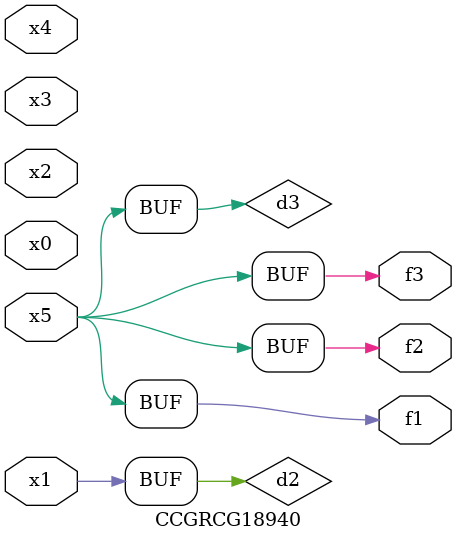
<source format=v>
module CCGRCG18940(
	input x0, x1, x2, x3, x4, x5,
	output f1, f2, f3
);

	wire d1, d2, d3;

	not (d1, x5);
	or (d2, x1);
	xnor (d3, d1);
	assign f1 = d3;
	assign f2 = d3;
	assign f3 = d3;
endmodule

</source>
